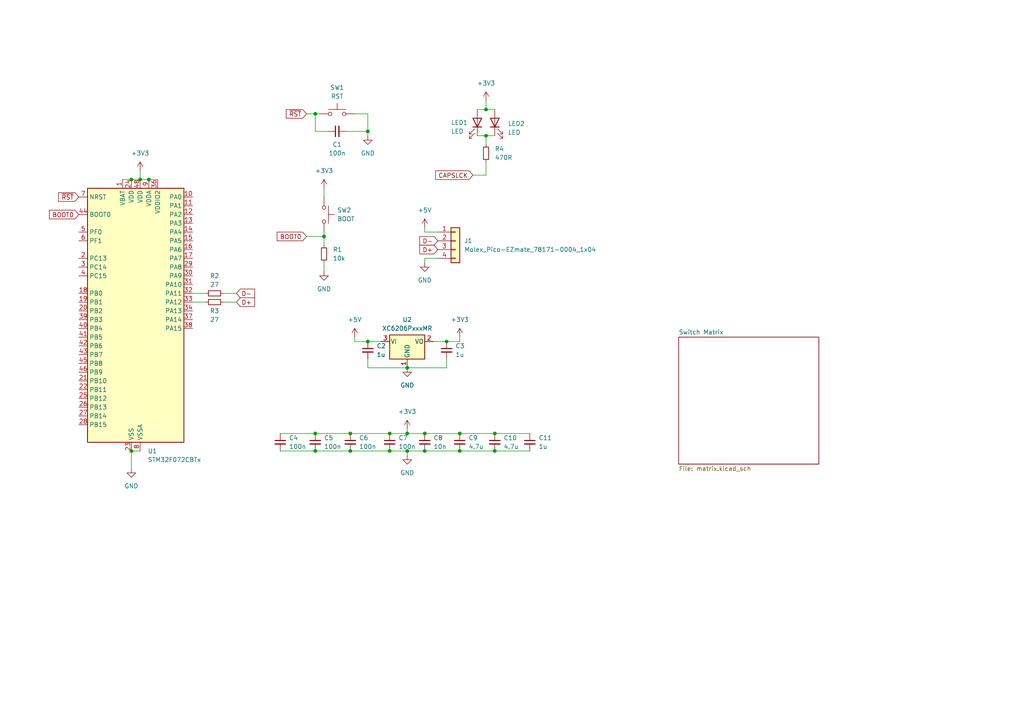
<source format=kicad_sch>
(kicad_sch (version 20230121) (generator eeschema)
  (paper "A4")
  (lib_symbols
    (symbol "Connector_Generic:Conn_01x04" (pin_names (offset 1.016) hide)
      (property "Reference" "J" (at 0 5.08 0))
      (property "Value" "Conn_01x04" (at 0 -7.62 0))
      (symbol "Conn_01x04_1_1"
        (rectangle (start -1.27 -4.953) (end 0 -5.207) (stroke (width 0.1524)))
        (rectangle (start -1.27 -2.413) (end 0 -2.667) (stroke (width 0.1524)))
        (rectangle (start -1.27 0.127) (end 0 -0.127) (stroke (width 0.1524)))
        (rectangle (start -1.27 2.667) (end 0 2.413) (stroke (width 0.1524)))
        (rectangle (start -1.27 3.81) (end 1.27 -6.35) (stroke (width 0.254)) (fill (type background)))
        (pin passive line (at -5.08 2.54 0) (length 3.81) (name "Pin_1") (number "1"))
        (pin passive line (at -5.08 0 0) (length 3.81) (name "Pin_2") (number "2"))
        (pin passive line (at -5.08 -2.54 0) (length 3.81) (name "Pin_3") (number "3"))
        (pin passive line (at -5.08 -5.08 0) (length 3.81) (name "Pin_4") (number "4"))
      )
    )
    (symbol "Device:C_Small" (pin_numbers hide) (pin_names (offset 0.254) hide)
      (property "Reference" "C" (at 0.254 1.778 0))
      (property "Value" "C_Small" (at 0.254 -2.032 0))
      (symbol "C_Small_0_1"
        (polyline (pts (xy -1.524 -0.508) (xy 1.524 -0.508)) (stroke (width 0.3302)))
        (polyline (pts (xy -1.524 0.508) (xy 1.524 0.508)) (stroke (width 0.3048)))
      )
      (symbol "C_Small_1_1"
        (pin passive line (at 0 2.54 270) (length 2.032) (name "~") (number "1"))
        (pin passive line (at 0 -2.54 90) (length 2.032) (name "~") (number "2"))
      )
    )
    (symbol "Device:LED" (pin_numbers hide) (pin_names (offset 1.016) hide)
      (property "Reference" "D" (at 0 2.54 0))
      (property "Value" "LED" (at 0 -2.54 0))
      (symbol "LED_0_1"
        (polyline (pts (xy -1.27 -1.27) (xy -1.27 1.27)) (stroke (width 0.254)))
        (polyline (pts (xy -1.27 0) (xy 1.27 0)))
        (polyline (pts (xy 1.27 -1.27) (xy 1.27 1.27) (xy -1.27 0) (xy 1.27 -1.27)) (stroke (width 0.254)))
        (polyline (pts (xy -3.048 -0.762) (xy -4.572 -2.286) (xy -3.81 -2.286) (xy -4.572 -2.286) (xy -4.572 -1.524)))
        (polyline (pts (xy -1.778 -0.762) (xy -3.302 -2.286) (xy -2.54 -2.286) (xy -3.302 -2.286) (xy -3.302 -1.524)))
      )
      (symbol "LED_1_1"
        (pin passive line (at -3.81 0 0) (length 2.54) (name "K") (number "1"))
        (pin passive line (at 3.81 0 180) (length 2.54) (name "A") (number "2"))
      )
    )
    (symbol "Device:R_Small" (pin_numbers hide) (pin_names (offset 0.254) hide)
      (property "Reference" "R" (at 0.762 0.508 0))
      (property "Value" "R_Small" (at 0.762 -1.016 0))
      (symbol "R_Small_0_1"
        (rectangle (start -0.762 1.778) (end 0.762 -1.778) (stroke (width 0.2032)))
      )
      (symbol "R_Small_1_1"
        (pin passive line (at 0 2.54 270) (length 0.762) (name "~") (number "1"))
        (pin passive line (at 0 -2.54 90) (length 0.762) (name "~") (number "2"))
      )
    )
    (symbol "MCU_ST_STM32F0:STM32F072CBTx"
      (property "Reference" "U" (at -12.7 39.37 0))
      (property "Value" "STM32F072CBTx" (at 10.16 39.37 0))
      (symbol "STM32F072CBTx_0_1"
        (rectangle (start -12.7 -35.56) (end 15.24 38.1) (stroke (width 0.254)) (fill (type background)))
      )
      (symbol "STM32F072CBTx_1_1"
        (pin power_in line (at -2.54 40.64 270) (length 2.54) (name "VBAT") (number "1"))
        (pin bidirectional line (at 17.78 35.56 180) (length 2.54) (name "PA0") (number "10"))
        (pin bidirectional line (at 17.78 33.02 180) (length 2.54) (name "PA1") (number "11"))
        (pin bidirectional line (at 17.78 30.48 180) (length 2.54) (name "PA2") (number "12"))
        (pin bidirectional line (at 17.78 27.94 180) (length 2.54) (name "PA3") (number "13"))
        (pin bidirectional line (at 17.78 25.4 180) (length 2.54) (name "PA4") (number "14"))
        (pin bidirectional line (at 17.78 22.86 180) (length 2.54) (name "PA5") (number "15"))
        (pin bidirectional line (at 17.78 20.32 180) (length 2.54) (name "PA6") (number "16"))
        (pin bidirectional line (at 17.78 17.78 180) (length 2.54) (name "PA7") (number "17"))
        (pin bidirectional line (at -15.24 7.62 0) (length 2.54) (name "PB0") (number "18"))
        (pin bidirectional line (at -15.24 5.08 0) (length 2.54) (name "PB1") (number "19"))
        (pin bidirectional line (at -15.24 17.78 0) (length 2.54) (name "PC13") (number "2"))
        (pin bidirectional line (at -15.24 2.54 0) (length 2.54) (name "PB2") (number "20"))
        (pin bidirectional line (at -15.24 -17.78 0) (length 2.54) (name "PB10") (number "21"))
        (pin bidirectional line (at -15.24 -20.32 0) (length 2.54) (name "PB11") (number "22"))
        (pin power_in line (at 0 -38.1 90) (length 2.54) (name "VSS") (number "23"))
        (pin power_in line (at 0 40.64 270) (length 2.54) (name "VDD") (number "24"))
        (pin bidirectional line (at -15.24 -22.86 0) (length 2.54) (name "PB12") (number "25"))
        (pin bidirectional line (at -15.24 -25.4 0) (length 2.54) (name "PB13") (number "26"))
        (pin bidirectional line (at -15.24 -27.94 0) (length 2.54) (name "PB14") (number "27"))
        (pin bidirectional line (at -15.24 -30.48 0) (length 2.54) (name "PB15") (number "28"))
        (pin bidirectional line (at 17.78 15.24 180) (length 2.54) (name "PA8") (number "29"))
        (pin bidirectional line (at -15.24 15.24 0) (length 2.54) (name "PC14") (number "3"))
        (pin bidirectional line (at 17.78 12.7 180) (length 2.54) (name "PA9") (number "30"))
        (pin bidirectional line (at 17.78 10.16 180) (length 2.54) (name "PA10") (number "31"))
        (pin bidirectional line (at 17.78 7.62 180) (length 2.54) (name "PA11") (number "32"))
        (pin bidirectional line (at 17.78 5.08 180) (length 2.54) (name "PA12") (number "33"))
        (pin bidirectional line (at 17.78 2.54 180) (length 2.54) (name "PA13") (number "34"))
        (pin passive line (at 0 -38.1 90) (length 2.54) hide (name "VSS") (number "35"))
        (pin power_in line (at 7.62 40.64 270) (length 2.54) (name "VDDIO2") (number "36"))
        (pin bidirectional line (at 17.78 0 180) (length 2.54) (name "PA14") (number "37"))
        (pin bidirectional line (at 17.78 -2.54 180) (length 2.54) (name "PA15") (number "38"))
        (pin bidirectional line (at -15.24 0 0) (length 2.54) (name "PB3") (number "39"))
        (pin bidirectional line (at -15.24 12.7 0) (length 2.54) (name "PC15") (number "4"))
        (pin bidirectional line (at -15.24 -2.54 0) (length 2.54) (name "PB4") (number "40"))
        (pin bidirectional line (at -15.24 -5.08 0) (length 2.54) (name "PB5") (number "41"))
        (pin bidirectional line (at -15.24 -7.62 0) (length 2.54) (name "PB6") (number "42"))
        (pin bidirectional line (at -15.24 -10.16 0) (length 2.54) (name "PB7") (number "43"))
        (pin input line (at -15.24 30.48 0) (length 2.54) (name "BOOT0") (number "44"))
        (pin bidirectional line (at -15.24 -12.7 0) (length 2.54) (name "PB8") (number "45"))
        (pin bidirectional line (at -15.24 -15.24 0) (length 2.54) (name "PB9") (number "46"))
        (pin passive line (at 0 -38.1 90) (length 2.54) hide (name "VSS") (number "47"))
        (pin power_in line (at 2.54 40.64 270) (length 2.54) (name "VDD") (number "48"))
        (pin bidirectional line (at -15.24 25.4 0) (length 2.54) (name "PF0") (number "5"))
        (pin bidirectional line (at -15.24 22.86 0) (length 2.54) (name "PF1") (number "6"))
        (pin input line (at -15.24 35.56 0) (length 2.54) (name "NRST") (number "7"))
        (pin power_in line (at 2.54 -38.1 90) (length 2.54) (name "VSSA") (number "8"))
        (pin power_in line (at 5.08 40.64 270) (length 2.54) (name "VDDA") (number "9"))
      )
    )
    (symbol "Regulator_Linear:XC6206PxxxMR" (pin_names (offset 0.254))
      (property "Reference" "U" (at -3.81 3.175 0))
      (property "Value" "XC6206PxxxMR" (at 0 3.175 0))
      (symbol "XC6206PxxxMR_0_1"
        (rectangle (start -5.08 1.905) (end 5.08 -5.08) (stroke (width 0.254)) (fill (type background)))
      )
      (symbol "XC6206PxxxMR_1_1"
        (pin power_in line (at 0 -7.62 90) (length 2.54) (name "GND") (number "1"))
        (pin power_out line (at 7.62 0 180) (length 2.54) (name "VO") (number "2"))
        (pin power_in line (at -7.62 0 0) (length 2.54) (name "VI") (number "3"))
      )
    )
    (symbol "Switch:SW_Push" (pin_numbers hide) (pin_names (offset 1.016) hide)
      (property "Reference" "SW" (at 1.27 2.54 0))
      (property "Value" "SW_Push" (at 0 -1.524 0))
      (symbol "SW_Push_0_1"
        (circle (center -2.032 0) (radius 0.508))
        (polyline (pts (xy 0 1.27) (xy 0 3.048)))
        (polyline (pts (xy 2.54 1.27) (xy -2.54 1.27)))
        (circle (center 2.032 0) (radius 0.508))
        (pin passive line (at -5.08 0 0) (length 2.54) (name "1") (number "1"))
        (pin passive line (at 5.08 0 180) (length 2.54) (name "2") (number "2"))
      )
    )
    (symbol "power:+3V3" (power) (pin_names (offset 0))
      (property "Value" "+3V3" (at 0 3.556 0))
      (symbol "+3V3_0_1"
        (polyline (pts (xy -0.762 1.27) (xy 0 2.54)))
        (polyline (pts (xy 0 0) (xy 0 2.54)))
        (polyline (pts (xy 0 2.54) (xy 0.762 1.27)))
      )
      (symbol "+3V3_1_1"
        (pin power_in line (at 0 0 90) (length 0) hide (name "+3V3") (number "1"))
      )
    )
    (symbol "power:+5V" (power) (pin_names (offset 0))
      (property "Value" "+5V" (at 0 3.556 0))
      (symbol "+5V_0_1"
        (polyline (pts (xy -0.762 1.27) (xy 0 2.54)))
        (polyline (pts (xy 0 0) (xy 0 2.54)))
        (polyline (pts (xy 0 2.54) (xy 0.762 1.27)))
      )
      (symbol "+5V_1_1"
        (pin power_in line (at 0 0 90) (length 0) hide (name "+5V") (number "1"))
      )
    )
    (symbol "power:GND" (power) (pin_names (offset 0))
      (property "Value" "GND" (at 0 -3.81 0))
      (symbol "GND_0_1"
        (polyline (pts (xy 0 0) (xy 0 -1.27) (xy 1.27 -1.27) (xy 0 -2.54) (xy -1.27 -1.27) (xy 0 -1.27)))
      )
      (symbol "GND_1_1"
        (pin power_in line (at 0 0 270) (length 0) hide (name "GND") (number "1"))
      )
    )
  )
  (junction (at 113.03 130.81))
  (junction (at 113.03 125.73))
  (junction (at 91.44 130.81))
  (junction (at 140.97 39.37))
  (junction (at 143.51 125.73))
  (junction (at 143.51 130.81))
  (junction (at 38.1 52.07))
  (junction (at 129.54 99.06))
  (junction (at 91.44 33.02))
  (junction (at 101.6 125.73))
  (junction (at 106.68 38.1))
  (junction (at 40.64 52.07))
  (junction (at 123.19 125.73))
  (junction (at 133.35 125.73))
  (junction (at 118.11 130.81))
  (junction (at 101.6 130.81))
  (junction (at 93.98 68.58))
  (junction (at 118.11 125.73))
  (junction (at 106.68 99.06))
  (junction (at 133.35 130.81))
  (junction (at 118.11 106.68))
  (junction (at 123.19 130.81))
  (junction (at 140.97 31.75))
  (junction (at 91.44 125.73))
  (junction (at 38.1 130.81))
  (junction (at 43.18 52.07))
  (wire (pts (xy 133.35 97.79) (xy 133.35 99.06)))
  (wire (pts (xy 93.98 76.2) (xy 93.98 78.74)))
  (wire (pts (xy 118.11 125.73) (xy 123.19 125.73)))
  (wire (pts (xy 88.9 33.02) (xy 91.44 33.02)))
  (wire (pts (xy 123.19 125.73) (xy 133.35 125.73)))
  (wire (pts (xy 55.88 85.09) (xy 59.69 85.09)))
  (wire (pts (xy 38.1 130.81) (xy 40.64 130.81)))
  (wire (pts (xy 93.98 68.58) (xy 93.98 71.12)))
  (wire (pts (xy 143.51 31.75) (xy 140.97 31.75)))
  (wire (pts (xy 106.68 39.37) (xy 106.68 38.1)))
  (wire (pts (xy 133.35 125.73) (xy 143.51 125.73)))
  (wire (pts (xy 129.54 104.14) (xy 129.54 106.68)))
  (wire (pts (xy 38.1 130.81) (xy 38.1 135.89)))
  (wire (pts (xy 118.11 124.46) (xy 118.11 125.73)))
  (wire (pts (xy 138.43 31.75) (xy 140.97 31.75)))
  (wire (pts (xy 93.98 54.61) (xy 93.98 57.15)))
  (wire (pts (xy 106.68 99.06) (xy 110.49 99.06)))
  (wire (pts (xy 113.03 125.73) (xy 118.11 125.73)))
  (wire (pts (xy 93.98 68.58) (xy 93.98 67.31)))
  (wire (pts (xy 118.11 130.81) (xy 123.19 130.81)))
  (wire (pts (xy 81.28 130.81) (xy 91.44 130.81)))
  (wire (pts (xy 106.68 38.1) (xy 106.68 33.02)))
  (wire (pts (xy 64.77 87.63) (xy 68.58 87.63)))
  (wire (pts (xy 123.19 130.81) (xy 133.35 130.81)))
  (wire (pts (xy 143.51 39.37) (xy 140.97 39.37)))
  (wire (pts (xy 35.56 52.07) (xy 38.1 52.07)))
  (wire (pts (xy 127 67.31) (xy 123.19 67.31)))
  (wire (pts (xy 140.97 41.91) (xy 140.97 39.37)))
  (wire (pts (xy 64.77 85.09) (xy 68.58 85.09)))
  (wire (pts (xy 91.44 130.81) (xy 101.6 130.81)))
  (wire (pts (xy 91.44 33.02) (xy 92.71 33.02)))
  (wire (pts (xy 143.51 130.81) (xy 153.67 130.81)))
  (wire (pts (xy 40.64 52.07) (xy 43.18 52.07)))
  (wire (pts (xy 133.35 99.06) (xy 129.54 99.06)))
  (wire (pts (xy 43.18 52.07) (xy 45.72 52.07)))
  (wire (pts (xy 140.97 50.8) (xy 140.97 46.99)))
  (wire (pts (xy 106.68 104.14) (xy 106.68 106.68)))
  (wire (pts (xy 125.73 99.06) (xy 129.54 99.06)))
  (wire (pts (xy 118.11 130.81) (xy 118.11 132.08)))
  (wire (pts (xy 38.1 52.07) (xy 40.64 52.07)))
  (wire (pts (xy 113.03 130.81) (xy 118.11 130.81)))
  (wire (pts (xy 101.6 125.73) (xy 113.03 125.73)))
  (wire (pts (xy 143.51 125.73) (xy 153.67 125.73)))
  (wire (pts (xy 55.88 87.63) (xy 59.69 87.63)))
  (wire (pts (xy 133.35 130.81) (xy 143.51 130.81)))
  (wire (pts (xy 140.97 50.8) (xy 137.16 50.8)))
  (wire (pts (xy 127 74.93) (xy 123.19 74.93)))
  (wire (pts (xy 106.68 106.68) (xy 118.11 106.68)))
  (wire (pts (xy 95.25 38.1) (xy 91.44 38.1)))
  (wire (pts (xy 100.33 38.1) (xy 106.68 38.1)))
  (wire (pts (xy 102.87 99.06) (xy 106.68 99.06)))
  (wire (pts (xy 138.43 39.37) (xy 140.97 39.37)))
  (wire (pts (xy 123.19 67.31) (xy 123.19 66.04)))
  (wire (pts (xy 102.87 97.79) (xy 102.87 99.06)))
  (wire (pts (xy 40.64 49.53) (xy 40.64 52.07)))
  (wire (pts (xy 101.6 130.81) (xy 113.03 130.81)))
  (wire (pts (xy 129.54 106.68) (xy 118.11 106.68)))
  (wire (pts (xy 81.28 125.73) (xy 91.44 125.73)))
  (wire (pts (xy 91.44 125.73) (xy 101.6 125.73)))
  (wire (pts (xy 140.97 29.21) (xy 140.97 31.75)))
  (wire (pts (xy 106.68 33.02) (xy 102.87 33.02)))
  (wire (pts (xy 91.44 38.1) (xy 91.44 33.02)))
  (wire (pts (xy 123.19 74.93) (xy 123.19 76.2)))
  (wire (pts (xy 88.9 68.58) (xy 93.98 68.58)))
  (global_label "BOOT0" (shape input) (at 22.86 62.23 180) (property "Intersheetrefs" "${INTERSHEET_REFS}" (effects hide)))
  (global_label "~{RST}" (shape input) (at 22.86 57.15 180) (property "Intersheetrefs" "${INTERSHEET_REFS}" (effects hide)))
  (global_label "BOOT0" (shape input) (at 88.9 68.58 180) (property "Intersheetrefs" "${INTERSHEET_REFS}" (effects hide)))
  (global_label "CAPSLCK" (shape input) (at 137.16 50.8 180) (property "Intersheetrefs" "${INTERSHEET_REFS}" (effects hide)))
  (global_label "~{RST}" (shape input) (at 88.9 33.02 180) (property "Intersheetrefs" "${INTERSHEET_REFS}" (effects hide)))
  (global_label "D-" (shape input) (at 127 69.85 180) (property "Intersheetrefs" "${INTERSHEET_REFS}" (effects hide)))
  (global_label "D+" (shape input) (at 68.58 87.63 0) (property "Intersheetrefs" "${INTERSHEET_REFS}" (effects hide)))
  (global_label "D+" (shape input) (at 127 72.39 180) (property "Intersheetrefs" "${INTERSHEET_REFS}" (effects hide)))
  (global_label "D-" (shape input) (at 68.58 85.09 0) (property "Intersheetrefs" "${INTERSHEET_REFS}" (effects hide)))
  (symbol (lib_id "power:GND") (at 123.19 76.2 0) (unit 1)
    (property "Reference" "#PWR06" (effects hide))
    (property "Value" "GND" (at 123.19 81.28 0))
  )
  (symbol (lib_id "power:GND") (at 93.98 78.74 0) (unit 1)
    (property "Reference" "#PWR03" (effects hide))
    (property "Value" "GND" (at 93.98 83.82 0))
  )
  (symbol (lib_id "power:+3V3") (at 140.97 29.21 0) (unit 1)
    (property "Reference" "#PWR07" (effects hide))
    (property "Value" "+3V3" (at 140.97 24.13 0))
  )
  (symbol (lib_id "Device:R_Small") (at 62.23 85.09 90) (unit 1)
    (property "Reference" "R2" (at 62.23 80.01 90))
    (property "Value" "27" (at 62.23 82.55 90))
  )
  (symbol (lib_id "Device:C_Small") (at 153.67 128.27 0) (unit 1)
    (property "Reference" "C11" (at 156.21 127.0063 0) (effects (justify left)))
    (property "Value" "1u" (at 156.21 129.5463 0) (effects (justify left)))
  )
  (symbol (lib_id "Device:C_Small") (at 133.35 128.27 0) (unit 1)
    (property "Reference" "C9" (at 135.89 127.0063 0) (effects (justify left)))
    (property "Value" "4.7u" (at 135.89 129.5463 0) (effects (justify left)))
  )
  (symbol (lib_id "Device:C_Small") (at 113.03 128.27 0) (unit 1)
    (property "Reference" "C7" (at 115.57 127.0063 0) (effects (justify left)))
    (property "Value" "100n" (at 115.57 129.5463 0) (effects (justify left)))
  )
  (symbol (lib_id "Device:C_Small") (at 101.6 128.27 0) (unit 1)
    (property "Reference" "C6" (at 104.14 127.0063 0) (effects (justify left)))
    (property "Value" "100n" (at 104.14 129.5463 0) (effects (justify left)))
  )
  (symbol (lib_id "power:GND") (at 106.68 39.37 0) (unit 1)
    (property "Reference" "#PWR02" (effects hide))
    (property "Value" "GND" (at 106.68 44.45 0))
  )
  (symbol (lib_id "power:+3V3") (at 133.35 97.79 0) (unit 1)
    (property "Reference" "#PWR012" (effects hide))
    (property "Value" "+3V3" (at 133.35 92.71 0))
  )
  (symbol (lib_id "Device:R_Small") (at 140.97 44.45 180) (unit 1)
    (property "Reference" "R4" (at 143.51 43.18 0) (effects (justify right)))
    (property "Value" "470R" (at 143.51 45.72 0) (effects (justify right)))
    (property "Footprint" "Resistor_SMD:R_0402_1005Metric" (effects hide))
    (property "LCSC" "C25117" (effects hide))
  )
  (symbol (lib_id "Device:C_Small") (at 91.44 128.27 0) (unit 1)
    (property "Reference" "C5" (at 93.98 127.0063 0) (effects (justify left)))
    (property "Value" "100n" (at 93.98 129.5463 0) (effects (justify left)))
  )
  (symbol (lib_id "Regulator_Linear:XC6206PxxxMR") (at 118.11 99.06 0) (unit 1)
    (property "Reference" "U2" (at 118.11 92.71 0))
    (property "Value" "XC6206PxxxMR" (at 118.11 95.25 0))
    (property "Footprint" "Package_TO_SOT_SMD:SOT-23-3" (effects hide))
    (property "Datasheet" "https://www.torexsemi.com/file/xc6206/XC6206.pdf" (effects hide))
  )
  (symbol (lib_id "Switch:SW_Push") (at 93.98 62.23 270) (unit 1)
    (property "Reference" "SW2" (at 97.79 60.96 90) (effects (justify left)))
    (property "Value" "BOOT" (at 97.79 63.5 90) (effects (justify left)))
  )
  (symbol (lib_id "power:+5V") (at 123.19 66.04 0) (unit 1)
    (property "Reference" "#PWR05" (effects hide))
    (property "Value" "+5V" (at 123.19 60.96 0))
  )
  (symbol (lib_id "Device:LED") (at 138.43 35.56 270) (mirror x) (unit 1) (in_bom no)
    (property "Reference" "LED1" (at 130.81 35.56 90) (effects (justify left)))
    (property "Value" "LED" (at 130.81 38.1 90) (effects (justify left)))
    (property "Footprint" "marbastlib-mx:LED_MX_3mm" (effects hide))
  )
  (symbol (lib_id "Device:C_Small") (at 143.51 128.27 0) (unit 1)
    (property "Reference" "C10" (at 146.05 127.0063 0) (effects (justify left)))
    (property "Value" "4.7u" (at 146.05 129.5463 0) (effects (justify left)))
  )
  (symbol (lib_id "Switch:SW_Push") (at 97.79 33.02 0) (unit 1)
    (property "Reference" "SW1" (at 97.79 25.4 0))
    (property "Value" "RST" (at 97.79 27.94 0))
  )
  (symbol (lib_id "power:+5V") (at 102.87 97.79 0) (unit 1)
    (property "Reference" "#PWR011" (effects hide))
    (property "Value" "+5V" (at 102.87 92.71 0))
  )
  (symbol (lib_id "Device:C_Small") (at 81.28 128.27 0) (unit 1)
    (property "Reference" "C4" (at 83.82 127.0063 0) (effects (justify left)))
    (property "Value" "100n" (at 83.82 129.5463 0) (effects (justify left)))
  )
  (symbol (lib_id "Connector_Generic:Conn_01x04") (at 132.08 69.85 0) (unit 1)
    (property "Reference" "J1" (at 134.62 69.85 0) (effects (justify left)))
    (property "Value" "Molex_Pico-EZmate_78171-0004_1x04" (at 134.62 72.39 0) (effects (justify left)))
    (property "Footprint" "marbastlib-various:Molex_Pico-EZmate_78171-0004_1x04-1MP_P1.20mm_Vertical" (effects hide))
  )
  (symbol (lib_id "Device:C_Small") (at 97.79 38.1 90) (unit 1)
    (property "Reference" "C1" (at 97.79 41.91 90))
    (property "Value" "100n" (at 97.79 44.45 90))
  )
  (symbol (lib_id "power:+3V3") (at 93.98 54.61 0) (unit 1)
    (property "Reference" "#PWR04" (effects hide))
    (property "Value" "+3V3" (at 93.98 49.53 0))
  )
  (symbol (lib_id "power:+3V3") (at 40.64 49.53 0) (unit 1)
    (property "Reference" "#PWR013" (effects hide))
    (property "Value" "+3V3" (at 40.64 44.45 0))
  )
  (symbol (lib_id "power:GND") (at 38.1 135.89 0) (unit 1)
    (property "Reference" "#PWR01" (effects hide))
    (property "Value" "GND" (at 38.1 140.97 0))
  )
  (symbol (lib_id "MCU_ST_STM32F0:STM32F072CBTx") (at 38.1 92.71 0) (unit 1)
    (property "Reference" "U1" (at 42.8341 130.81 0) (effects (justify left)))
    (property "Value" "STM32F072CBTx" (at 42.8341 133.35 0) (effects (justify left)))
    (property "Footprint" "Package_QFP:LQFP-48_7x7mm_P0.5mm" (effects hide))
    (property "Datasheet" "https://www.st.com/resource/en/datasheet/stm32f072cb.pdf" (effects hide))
  )
  (symbol (lib_id "Device:C_Small") (at 123.19 128.27 0) (unit 1)
    (property "Reference" "C8" (at 125.73 127.0063 0) (effects (justify left)))
    (property "Value" "10n" (at 125.73 129.5463 0) (effects (justify left)))
  )
  (symbol (lib_id "Device:R_Small") (at 93.98 73.66 0) (unit 1)
    (property "Reference" "R1" (at 96.52 72.39 0) (effects (justify left)))
    (property "Value" "10k" (at 96.52 74.93 0) (effects (justify left)))
  )
  (symbol (lib_id "Device:C_Small") (at 106.68 101.6 0) (unit 1)
    (property "Reference" "C2" (at 109.22 100.3363 0) (effects (justify left)))
    (property "Value" "1u" (at 109.22 102.8763 0) (effects (justify left)))
  )
  (symbol (lib_id "power:+3V3") (at 118.11 124.46 0) (unit 1)
    (property "Reference" "#PWR08" (effects hide))
    (property "Value" "+3V3" (at 118.11 119.38 0))
  )
  (symbol (lib_id "Device:R_Small") (at 62.23 87.63 90) (unit 1)
    (property "Reference" "R3" (at 62.23 90.17 90))
    (property "Value" "27" (at 62.23 92.71 90))
  )
  (symbol (lib_id "power:GND") (at 118.11 106.68 0) (unit 1)
    (property "Reference" "#PWR010" (effects hide))
    (property "Value" "GND" (at 118.11 111.76 0))
  )
  (symbol (lib_id "Device:LED") (at 143.51 35.56 90) (unit 1) (in_bom no)
    (property "Reference" "LED2" (at 147.32 35.8775 90) (effects (justify right)))
    (property "Value" "LED" (at 147.32 38.4175 90) (effects (justify right)))
    (property "Footprint" "marbastlib-mx:LED_MX_3mm-FLIPPED" (effects hide))
  )
  (symbol (lib_id "power:GND") (at 118.11 132.08 0) (unit 1)
    (property "Reference" "#PWR09" (effects hide))
    (property "Value" "GND" (at 118.11 137.16 0))
  )
  (symbol (lib_id "Device:C_Small") (at 129.54 101.6 0) (unit 1)
    (property "Reference" "C3" (at 132.08 100.3363 0) (effects (justify left)))
    (property "Value" "1u" (at 132.08 102.8763 0) (effects (justify left)))
  )
  (sheet (at 196.85 97.79) (size 40.64 36.83) (stroke (width 0.1524))
    (property "Sheetname" "Switch Matrix" (at 196.85 97.0784 0) (effects (justify left bottom)))
    (property "Sheetfile" "matrix.kicad_sch" (at 196.85 135.2046 0) (effects (justify left top)))
  )
)
</source>
